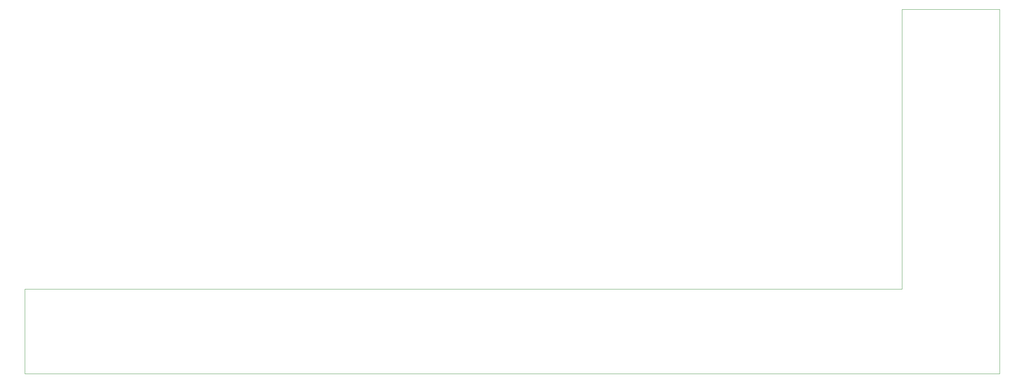
<source format=gbr>
%TF.GenerationSoftware,KiCad,Pcbnew,7.0.5-0*%
%TF.CreationDate,2023-08-11T11:25:24-04:00*%
%TF.ProjectId,AmpSim,416d7053-696d-42e6-9b69-6361645f7063,rev?*%
%TF.SameCoordinates,Original*%
%TF.FileFunction,Profile,NP*%
%FSLAX46Y46*%
G04 Gerber Fmt 4.6, Leading zero omitted, Abs format (unit mm)*
G04 Created by KiCad (PCBNEW 7.0.5-0) date 2023-08-11 11:25:24*
%MOMM*%
%LPD*%
G01*
G04 APERTURE LIST*
%TA.AperFunction,Profile*%
%ADD10C,0.100000*%
%TD*%
G04 APERTURE END LIST*
D10*
X50000000Y-200000000D02*
X255000000Y-200000000D01*
X255000000Y-200000000D02*
X257000000Y-200000000D01*
X280000000Y-220000000D02*
X280000000Y-135000000D01*
X280000000Y-135000000D02*
X280000000Y-134000000D01*
X50000000Y-220000000D02*
X280000000Y-220000000D01*
X280000000Y-134000000D02*
X257000000Y-134000000D01*
X50000000Y-220000000D02*
X50000000Y-200000000D01*
X257000000Y-200000000D02*
X257000000Y-134000000D01*
M02*

</source>
